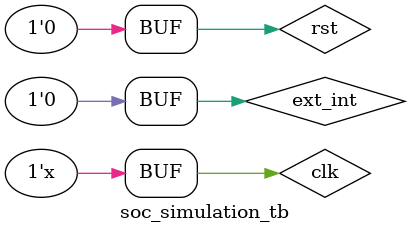
<source format=sv>
`include "header.sv"
`include "debug.vh"

module soc_simulation(
    input wire clk,
    input wire rst,

    input wire ext_int
);
    wire [31:0] instruction;
    wire [31:0] program_counter;
    
    data_memory_face mem_if();

    SCPU uut (
        .clk(clk),
        .rst(rst),

        .ext_int(ext_int),

        .inst_in(instruction),
        .PC_out(program_counter),
        
        .mem_if(mem_if.cpu)
    );

    instruction_memory U2(
        .a(program_counter[11:2]),
        .spo(instruction)
    );

    my_data_memory U3 (
        .clk(clk),
        .mem_if(mem_if.mem)
    );
endmodule


module soc_simulation_tb;
    reg clk;
    reg rst;
    reg ext_int;

    soc_simulation m0(.clk(clk), .rst(rst), .ext_int(ext_int));

    initial begin
        clk = 1'b0;
        rst = 1'b1;
        ext_int = 1'b0;
        #5;
        rst = 1'b0;

        #120;
        ext_int = 1'b1;
        #50;
        ext_int = 1'b0;
    end

    always #50 clk = ~clk;
endmodule

</source>
